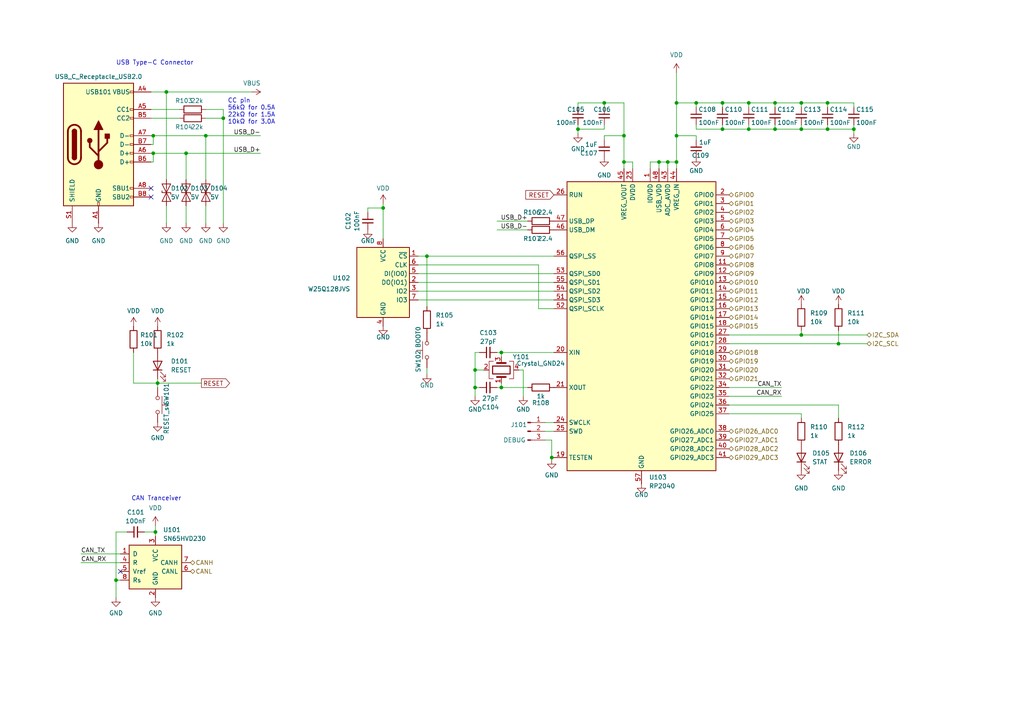
<source format=kicad_sch>
(kicad_sch (version 20231120) (generator "eeschema") (generator_version "8.0")
  (paper "A4")
  (lib_symbols
    (symbol "Connector:Conn_01x03_Pin" (pin_names (offset 1.016) hide)
      (property "Reference" "J" (at 0 5.08 0))
      (property "Value" "Conn_01x03_Pin" (at 0 -5.08 0))
      (symbol "Conn_01x03_Pin_1_1"
        (polyline (pts (xy 1.27 -2.54) (xy 0.8636 -2.54)) (stroke (width 0.1524)))
        (polyline (pts (xy 1.27 0) (xy 0.8636 0)) (stroke (width 0.1524)))
        (polyline (pts (xy 1.27 2.54) (xy 0.8636 2.54)) (stroke (width 0.1524)))
        (rectangle (start 0.8636 -2.413) (end 0 -2.667) (stroke (width 0.1524)) (fill (type outline)))
        (rectangle (start 0.8636 0.127) (end 0 -0.127) (stroke (width 0.1524)) (fill (type outline)))
        (rectangle (start 0.8636 2.667) (end 0 2.413) (stroke (width 0.1524)) (fill (type outline)))
        (pin passive line (at 5.08 2.54 180) (length 3.81) (name "Pin_1") (number "1"))
        (pin passive line (at 5.08 0 180) (length 3.81) (name "Pin_2") (number "2"))
        (pin passive line (at 5.08 -2.54 180) (length 3.81) (name "Pin_3") (number "3"))
      )
    )
    (symbol "Connector:USB_C_Receptacle_USB2.0" (pin_names (offset 1.016))
      (property "Reference" "J" (at -10.16 19.05 0))
      (property "Value" "USB_C_Receptacle_USB2.0" (at 19.05 19.05 0))
      (symbol "USB_C_Receptacle_USB2.0_0_0"
        (rectangle (start -0.254 -17.78) (end 0.254 -16.764))
        (rectangle (start 10.16 -14.986) (end 9.144 -15.494))
        (rectangle (start 10.16 -12.446) (end 9.144 -12.954))
        (rectangle (start 10.16 -4.826) (end 9.144 -5.334))
        (rectangle (start 10.16 -2.286) (end 9.144 -2.794))
        (rectangle (start 10.16 0.254) (end 9.144 -0.254))
        (rectangle (start 10.16 2.794) (end 9.144 2.286))
        (rectangle (start 10.16 7.874) (end 9.144 7.366))
        (rectangle (start 10.16 10.414) (end 9.144 9.906))
        (rectangle (start 10.16 15.494) (end 9.144 14.986))
      )
      (symbol "USB_C_Receptacle_USB2.0_0_1"
        (rectangle (start -10.16 17.78) (end 10.16 -17.78) (stroke (width 0.254)) (fill (type background)))
        (arc (start -8.89 -3.81) (mid -6.985 -5.7067) (end -5.08 -3.81) (stroke (width 0.508)))
        (arc (start -7.62 -3.81) (mid -6.985 -4.4423) (end -6.35 -3.81) (stroke (width 0.254)))
        (arc (start -7.62 -3.81) (mid -6.985 -4.4423) (end -6.35 -3.81) (stroke (width 0.254)) (fill (type outline)))
        (rectangle (start -7.62 -3.81) (end -6.35 3.81) (stroke (width 0.254)) (fill (type outline)))
        (arc (start -6.35 3.81) (mid -6.985 4.4423) (end -7.62 3.81) (stroke (width 0.254)))
        (arc (start -6.35 3.81) (mid -6.985 4.4423) (end -7.62 3.81) (stroke (width 0.254)) (fill (type outline)))
        (arc (start -5.08 3.81) (mid -6.985 5.7067) (end -8.89 3.81) (stroke (width 0.508)))
        (circle (center -2.54 1.143) (radius 0.635) (stroke (width 0.254)) (fill (type outline)))
        (circle (center 0 -5.842) (radius 1.27) (fill (type outline)))
        (polyline (pts (xy -8.89 -3.81) (xy -8.89 3.81)) (stroke (width 0.508)))
        (polyline (pts (xy -5.08 3.81) (xy -5.08 -3.81)) (stroke (width 0.508)))
        (polyline (pts (xy 0 -5.842) (xy 0 4.318)) (stroke (width 0.508)))
        (polyline (pts (xy 0 -3.302) (xy -2.54 -0.762) (xy -2.54 0.508)) (stroke (width 0.508)))
        (polyline (pts (xy 0 -2.032) (xy 2.54 0.508) (xy 2.54 1.778)) (stroke (width 0.508)))
        (polyline (pts (xy -1.27 4.318) (xy 0 6.858) (xy 1.27 4.318) (xy -1.27 4.318)) (stroke (width 0.254)) (fill (type outline)))
        (rectangle (start 1.905 1.778) (end 3.175 3.048) (stroke (width 0.254)) (fill (type outline)))
      )
      (symbol "USB_C_Receptacle_USB2.0_1_1"
        (pin passive line (at 0 -22.86 90) (length 5.08) (name "GND") (number "A1"))
        (pin passive line (at 0 -22.86 90) (length 5.08) hide (name "GND") (number "A12"))
        (pin passive line (at 15.24 15.24 180) (length 5.08) (name "VBUS") (number "A4"))
        (pin bidirectional line (at 15.24 10.16 180) (length 5.08) (name "CC1") (number "A5"))
        (pin bidirectional line (at 15.24 -2.54 180) (length 5.08) (name "D+") (number "A6"))
        (pin bidirectional line (at 15.24 2.54 180) (length 5.08) (name "D-") (number "A7"))
        (pin bidirectional line (at 15.24 -12.7 180) (length 5.08) (name "SBU1") (number "A8"))
        (pin passive line (at 15.24 15.24 180) (length 5.08) hide (name "VBUS") (number "A9"))
        (pin passive line (at 0 -22.86 90) (length 5.08) hide (name "GND") (number "B1"))
        (pin passive line (at 0 -22.86 90) (length 5.08) hide (name "GND") (number "B12"))
        (pin passive line (at 15.24 15.24 180) (length 5.08) hide (name "VBUS") (number "B4"))
        (pin bidirectional line (at 15.24 7.62 180) (length 5.08) (name "CC2") (number "B5"))
        (pin bidirectional line (at 15.24 -5.08 180) (length 5.08) (name "D+") (number "B6"))
        (pin bidirectional line (at 15.24 0 180) (length 5.08) (name "D-") (number "B7"))
        (pin bidirectional line (at 15.24 -15.24 180) (length 5.08) (name "SBU2") (number "B8"))
        (pin passive line (at 15.24 15.24 180) (length 5.08) hide (name "VBUS") (number "B9"))
        (pin passive line (at -7.62 -22.86 90) (length 5.08) (name "SHIELD") (number "S1"))
      )
    )
    (symbol "Device:C_Small" (pin_numbers hide) (pin_names (offset 0.254) hide)
      (property "Reference" "C" (at 0.254 1.778 0))
      (property "Value" "C_Small" (at 0.254 -2.032 0))
      (symbol "C_Small_0_1"
        (polyline (pts (xy -1.524 -0.508) (xy 1.524 -0.508)) (stroke (width 0.3302)))
        (polyline (pts (xy -1.524 0.508) (xy 1.524 0.508)) (stroke (width 0.3048)))
      )
      (symbol "C_Small_1_1"
        (pin passive line (at 0 2.54 270) (length 2.032) (name "~") (number "1"))
        (pin passive line (at 0 -2.54 90) (length 2.032) (name "~") (number "2"))
      )
    )
    (symbol "Device:Crystal_GND24" (pin_names (offset 1.016) hide)
      (property "Reference" "Y" (at 3.175 5.08 0))
      (property "Value" "Crystal_GND24" (at 3.175 3.175 0))
      (symbol "Crystal_GND24_0_1"
        (rectangle (start -1.143 2.54) (end 1.143 -2.54) (stroke (width 0.3048)))
        (polyline (pts (xy -2.54 0) (xy -2.032 0)))
        (polyline (pts (xy -2.032 -1.27) (xy -2.032 1.27)) (stroke (width 0.508)))
        (polyline (pts (xy 0 -3.81) (xy 0 -3.556)))
        (polyline (pts (xy 0 3.556) (xy 0 3.81)))
        (polyline (pts (xy 2.032 -1.27) (xy 2.032 1.27)) (stroke (width 0.508)))
        (polyline (pts (xy 2.032 0) (xy 2.54 0)))
        (polyline (pts (xy -2.54 -2.286) (xy -2.54 -3.556) (xy 2.54 -3.556) (xy 2.54 -2.286)))
        (polyline (pts (xy -2.54 2.286) (xy -2.54 3.556) (xy 2.54 3.556) (xy 2.54 2.286)))
      )
      (symbol "Crystal_GND24_1_1"
        (pin passive line (at -3.81 0 0) (length 1.27) (name "1") (number "1"))
        (pin passive line (at 0 5.08 270) (length 1.27) (name "2") (number "2"))
        (pin passive line (at 3.81 0 180) (length 1.27) (name "3") (number "3"))
        (pin passive line (at 0 -5.08 90) (length 1.27) (name "4") (number "4"))
      )
    )
    (symbol "Device:LED" (pin_numbers hide) (pin_names (offset 1.016) hide)
      (property "Reference" "D" (at 0 2.54 0))
      (property "Value" "LED" (at 0 -2.54 0))
      (symbol "LED_0_1"
        (polyline (pts (xy -1.27 -1.27) (xy -1.27 1.27)) (stroke (width 0.254)))
        (polyline (pts (xy -1.27 0) (xy 1.27 0)))
        (polyline (pts (xy 1.27 -1.27) (xy 1.27 1.27) (xy -1.27 0) (xy 1.27 -1.27)) (stroke (width 0.254)))
        (polyline (pts (xy -3.048 -0.762) (xy -4.572 -2.286) (xy -3.81 -2.286) (xy -4.572 -2.286) (xy -4.572 -1.524)))
        (polyline (pts (xy -1.778 -0.762) (xy -3.302 -2.286) (xy -2.54 -2.286) (xy -3.302 -2.286) (xy -3.302 -1.524)))
      )
      (symbol "LED_1_1"
        (pin passive line (at -3.81 0 0) (length 2.54) (name "K") (number "1"))
        (pin passive line (at 3.81 0 180) (length 2.54) (name "A") (number "2"))
      )
    )
    (symbol "Device:R" (pin_numbers hide) (pin_names (offset 0))
      (property "Reference" "R" (at 2.032 0 90))
      (property "Value" "R" (at 0 0 90))
      (symbol "R_0_1"
        (rectangle (start -1.016 -2.54) (end 1.016 2.54) (stroke (width 0.254)))
      )
      (symbol "R_1_1"
        (pin passive line (at 0 3.81 270) (length 1.27) (name "~") (number "1"))
        (pin passive line (at 0 -3.81 90) (length 1.27) (name "~") (number "2"))
      )
    )
    (symbol "Diode:ESD9B5.0ST5G" (pin_numbers hide) (pin_names (offset 1.016) hide)
      (property "Reference" "D" (at 0 2.54 0))
      (property "Value" "ESD9B5.0ST5G" (at 0 -2.54 0))
      (symbol "ESD9B5.0ST5G_0_1"
        (polyline (pts (xy 1.27 0) (xy -1.27 0)))
        (polyline (pts (xy -2.54 -1.27) (xy 0 0) (xy -2.54 1.27) (xy -2.54 -1.27)) (stroke (width 0.2032)))
        (polyline (pts (xy 0.508 1.27) (xy 0 1.27) (xy 0 -1.27) (xy -0.508 -1.27)) (stroke (width 0.2032)))
        (polyline (pts (xy 2.54 1.27) (xy 2.54 -1.27) (xy 0 0) (xy 2.54 1.27)) (stroke (width 0.2032)))
      )
      (symbol "ESD9B5.0ST5G_1_1"
        (pin passive line (at -3.81 0 0) (length 2.54) (name "A1") (number "1"))
        (pin passive line (at 3.81 0 180) (length 2.54) (name "A2") (number "2"))
      )
    )
    (symbol "Interface_CAN_LIN:SN65HVD230" (pin_names (offset 1.016))
      (property "Reference" "U" (at -2.54 10.16 0))
      (property "Value" "SN65HVD230" (at -2.54 7.62 0))
      (symbol "SN65HVD230_0_1"
        (rectangle (start -7.62 5.08) (end 7.62 -7.62) (stroke (width 0.254)) (fill (type background)))
      )
      (symbol "SN65HVD230_1_1"
        (pin input line (at -10.16 2.54 0) (length 2.54) (name "D") (number "1"))
        (pin power_in line (at 0 -10.16 90) (length 2.54) (name "GND") (number "2"))
        (pin power_in line (at 0 7.62 270) (length 2.54) (name "VCC") (number "3"))
        (pin output line (at -10.16 0 0) (length 2.54) (name "R") (number "4"))
        (pin output line (at -10.16 -2.54 0) (length 2.54) (name "Vref") (number "5"))
        (pin bidirectional line (at 10.16 -2.54 180) (length 2.54) (name "CANL") (number "6"))
        (pin bidirectional line (at 10.16 0 180) (length 2.54) (name "CANH") (number "7"))
        (pin input line (at -10.16 -5.08 0) (length 2.54) (name "Rs") (number "8"))
      )
    )
    (symbol "MCU_RaspberryPi:RP2040"
      (property "Reference" "U" (at 17.78 45.72 0))
      (property "Value" "RP2040" (at 17.78 43.18 0))
      (symbol "RP2040_0_1"
        (rectangle (start -21.59 41.91) (end 21.59 -41.91) (stroke (width 0.254)) (fill (type background)))
      )
      (symbol "RP2040_1_1"
        (pin power_in line (at 2.54 45.72 270) (length 3.81) (name "IOVDD") (number "1"))
        (pin passive line (at 2.54 45.72 270) (length 3.81) hide (name "IOVDD") (number "10"))
        (pin bidirectional line (at 25.4 17.78 180) (length 3.81) (name "GPIO8") (number "11"))
        (pin bidirectional line (at 25.4 15.24 180) (length 3.81) (name "GPIO9") (number "12"))
        (pin bidirectional line (at 25.4 12.7 180) (length 3.81) (name "GPIO10") (number "13"))
        (pin bidirectional line (at 25.4 10.16 180) (length 3.81) (name "GPIO11") (number "14"))
        (pin bidirectional line (at 25.4 7.62 180) (length 3.81) (name "GPIO12") (number "15"))
        (pin bidirectional line (at 25.4 5.08 180) (length 3.81) (name "GPIO13") (number "16"))
        (pin bidirectional line (at 25.4 2.54 180) (length 3.81) (name "GPIO14") (number "17"))
        (pin bidirectional line (at 25.4 0 180) (length 3.81) (name "GPIO15") (number "18"))
        (pin input line (at -25.4 -38.1 0) (length 3.81) (name "TESTEN") (number "19"))
        (pin bidirectional line (at 25.4 38.1 180) (length 3.81) (name "GPIO0") (number "2"))
        (pin input line (at -25.4 -7.62 0) (length 3.81) (name "XIN") (number "20"))
        (pin passive line (at -25.4 -17.78 0) (length 3.81) (name "XOUT") (number "21"))
        (pin passive line (at 2.54 45.72 270) (length 3.81) hide (name "IOVDD") (number "22"))
        (pin power_in line (at -2.54 45.72 270) (length 3.81) (name "DVDD") (number "23"))
        (pin input line (at -25.4 -27.94 0) (length 3.81) (name "SWCLK") (number "24"))
        (pin bidirectional line (at -25.4 -30.48 0) (length 3.81) (name "SWD") (number "25"))
        (pin input line (at -25.4 38.1 0) (length 3.81) (name "RUN") (number "26"))
        (pin bidirectional line (at 25.4 -2.54 180) (length 3.81) (name "GPIO16") (number "27"))
        (pin bidirectional line (at 25.4 -5.08 180) (length 3.81) (name "GPIO17") (number "28"))
        (pin bidirectional line (at 25.4 -7.62 180) (length 3.81) (name "GPIO18") (number "29"))
        (pin bidirectional line (at 25.4 35.56 180) (length 3.81) (name "GPIO1") (number "3"))
        (pin bidirectional line (at 25.4 -10.16 180) (length 3.81) (name "GPIO19") (number "30"))
        (pin bidirectional line (at 25.4 -12.7 180) (length 3.81) (name "GPIO20") (number "31"))
        (pin bidirectional line (at 25.4 -15.24 180) (length 3.81) (name "GPIO21") (number "32"))
        (pin passive line (at 2.54 45.72 270) (length 3.81) hide (name "IOVDD") (number "33"))
        (pin bidirectional line (at 25.4 -17.78 180) (length 3.81) (name "GPIO22") (number "34"))
        (pin bidirectional line (at 25.4 -20.32 180) (length 3.81) (name "GPIO23") (number "35"))
        (pin bidirectional line (at 25.4 -22.86 180) (length 3.81) (name "GPIO24") (number "36"))
        (pin bidirectional line (at 25.4 -25.4 180) (length 3.81) (name "GPIO25") (number "37"))
        (pin bidirectional line (at 25.4 -30.48 180) (length 3.81) (name "GPIO26_ADC0") (number "38"))
        (pin bidirectional line (at 25.4 -33.02 180) (length 3.81) (name "GPIO27_ADC1") (number "39"))
        (pin bidirectional line (at 25.4 33.02 180) (length 3.81) (name "GPIO2") (number "4"))
        (pin bidirectional line (at 25.4 -35.56 180) (length 3.81) (name "GPIO28_ADC2") (number "40"))
        (pin bidirectional line (at 25.4 -38.1 180) (length 3.81) (name "GPIO29_ADC3") (number "41"))
        (pin passive line (at 2.54 45.72 270) (length 3.81) hide (name "IOVDD") (number "42"))
        (pin power_in line (at 7.62 45.72 270) (length 3.81) (name "ADC_AVDD") (number "43"))
        (pin power_in line (at 10.16 45.72 270) (length 3.81) (name "VREG_IN") (number "44"))
        (pin power_out line (at -5.08 45.72 270) (length 3.81) (name "VREG_VOUT") (number "45"))
        (pin bidirectional line (at -25.4 27.94 0) (length 3.81) (name "USB_DM") (number "46"))
        (pin bidirectional line (at -25.4 30.48 0) (length 3.81) (name "USB_DP") (number "47"))
        (pin power_in line (at 5.08 45.72 270) (length 3.81) (name "USB_VDD") (number "48"))
        (pin passive line (at 2.54 45.72 270) (length 3.81) hide (name "IOVDD") (number "49"))
        (pin bidirectional line (at 25.4 30.48 180) (length 3.81) (name "GPIO3") (number "5"))
        (pin passive line (at -2.54 45.72 270) (length 3.81) hide (name "DVDD") (number "50"))
        (pin bidirectional line (at -25.4 7.62 0) (length 3.81) (name "QSPI_SD3") (number "51"))
        (pin output line (at -25.4 5.08 0) (length 3.81) (name "QSPI_SCLK") (number "52"))
        (pin bidirectional line (at -25.4 15.24 0) (length 3.81) (name "QSPI_SD0") (number "53"))
        (pin bidirectional line (at -25.4 10.16 0) (length 3.81) (name "QSPI_SD2") (number "54"))
        (pin bidirectional line (at -25.4 12.7 0) (length 3.81) (name "QSPI_SD1") (number "55"))
        (pin bidirectional line (at -25.4 20.32 0) (length 3.81) (name "QSPI_SS") (number "56"))
        (pin power_in line (at 0 -45.72 90) (length 3.81) (name "GND") (number "57"))
        (pin bidirectional line (at 25.4 27.94 180) (length 3.81) (name "GPIO4") (number "6"))
        (pin bidirectional line (at 25.4 25.4 180) (length 3.81) (name "GPIO5") (number "7"))
        (pin bidirectional line (at 25.4 22.86 180) (length 3.81) (name "GPIO6") (number "8"))
        (pin bidirectional line (at 25.4 20.32 180) (length 3.81) (name "GPIO7") (number "9"))
      )
    )
    (symbol "Memory_Flash:W25Q128JVS"
      (property "Reference" "U" (at -8.89 8.89 0))
      (property "Value" "W25Q128JVS" (at 7.62 8.89 0))
      (symbol "W25Q128JVS_0_1"
        (rectangle (start -7.62 10.16) (end 7.62 -10.16) (stroke (width 0.254)) (fill (type background)))
      )
      (symbol "W25Q128JVS_1_1"
        (pin input line (at -10.16 7.62 0) (length 2.54) (name "~{CS}") (number "1"))
        (pin bidirectional line (at -10.16 0 0) (length 2.54) (name "DO(IO1)") (number "2"))
        (pin bidirectional line (at -10.16 -2.54 0) (length 2.54) (name "IO2") (number "3"))
        (pin power_in line (at 0 -12.7 90) (length 2.54) (name "GND") (number "4"))
        (pin bidirectional line (at -10.16 2.54 0) (length 2.54) (name "DI(IO0)") (number "5"))
        (pin input line (at -10.16 5.08 0) (length 2.54) (name "CLK") (number "6"))
        (pin bidirectional line (at -10.16 -5.08 0) (length 2.54) (name "IO3") (number "7"))
        (pin power_in line (at 0 12.7 270) (length 2.54) (name "VCC") (number "8"))
      )
    )
    (symbol "Switch:SW_Push" (pin_numbers hide) (pin_names (offset 1.016) hide)
      (property "Reference" "SW" (at 1.27 2.54 0))
      (property "Value" "SW_Push" (at 0 -1.524 0))
      (symbol "SW_Push_0_1"
        (circle (center -2.032 0) (radius 0.508))
        (polyline (pts (xy 0 1.27) (xy 0 3.048)))
        (polyline (pts (xy 2.54 1.27) (xy -2.54 1.27)))
        (circle (center 2.032 0) (radius 0.508))
        (pin passive line (at -5.08 0 0) (length 2.54) (name "1") (number "1"))
        (pin passive line (at 5.08 0 180) (length 2.54) (name "2") (number "2"))
      )
    )
    (symbol "power:GND" (power) (pin_names (offset 0))
      (property "Value" "GND" (at 0 -3.81 0))
      (symbol "GND_0_1"
        (polyline (pts (xy 0 0) (xy 0 -1.27) (xy 1.27 -1.27) (xy 0 -2.54) (xy -1.27 -1.27) (xy 0 -1.27)))
      )
      (symbol "GND_1_1"
        (pin power_in line (at 0 0 270) (length 0) hide (name "GND") (number "1"))
      )
    )
    (symbol "power:VBUS" (power) (pin_names (offset 0))
      (property "Value" "VBUS" (at 0 3.81 0))
      (symbol "VBUS_0_1"
        (polyline (pts (xy -0.762 1.27) (xy 0 2.54)))
        (polyline (pts (xy 0 0) (xy 0 2.54)))
        (polyline (pts (xy 0 2.54) (xy 0.762 1.27)))
      )
      (symbol "VBUS_1_1"
        (pin power_in line (at 0 0 90) (length 0) hide (name "VBUS") (number "1"))
      )
    )
    (symbol "power:VDD" (power) (pin_names (offset 0))
      (property "Value" "VDD" (at 0 3.81 0))
      (symbol "VDD_0_1"
        (polyline (pts (xy -0.762 1.27) (xy 0 2.54)))
        (polyline (pts (xy 0 0) (xy 0 2.54)))
        (polyline (pts (xy 0 2.54) (xy 0.762 1.27)))
      )
      (symbol "VDD_1_1"
        (pin power_in line (at 0 0 90) (length 0) hide (name "VDD") (number "1"))
      )
    )
  )
  (junction (at 160.02 132.715))
  (junction (at 240.03 29.845))
  (junction (at 224.79 29.845))
  (junction (at 240.03 37.465))
  (junction (at 167.64 37.465))
  (junction (at 247.65 37.465))
  (junction (at 191.135 46.99))
  (junction (at 111.125 60.325))
  (junction (at 137.795 107.315))
  (junction (at 196.215 29.845))
  (junction (at 145.415 112.395))
  (junction (at 45.085 154.305))
  (junction (at 45.72 111.125))
  (junction (at 59.69 39.37))
  (junction (at 232.41 29.845))
  (junction (at 196.215 46.99))
  (junction (at 243.205 99.695))
  (junction (at 44.45 44.45))
  (junction (at 201.93 29.845))
  (junction (at 145.415 102.235))
  (junction (at 180.975 46.99))
  (junction (at 193.675 46.99))
  (junction (at 53.975 44.45))
  (junction (at 224.79 37.465))
  (junction (at 209.55 29.845))
  (junction (at 175.26 29.845))
  (junction (at 232.41 37.465))
  (junction (at 196.215 39.37))
  (junction (at 180.975 39.37))
  (junction (at 209.55 37.465))
  (junction (at 44.45 39.37))
  (junction (at 217.17 29.845))
  (junction (at 48.26 26.67))
  (junction (at 123.825 74.295))
  (junction (at 64.77 34.29))
  (junction (at 232.41 97.155))
  (junction (at 33.655 168.275))
  (junction (at 217.17 37.465))
  (junction (at 137.795 112.395))
  (no_connect (at 34.925 165.735))
  (no_connect (at 43.815 57.15))
  (no_connect (at 43.815 54.61))
  (wire (pts (xy 196.215 29.845) (xy 201.93 29.845)))
  (wire (pts (xy 44.45 39.37) (xy 59.69 39.37)))
  (wire (pts (xy 191.135 46.99) (xy 191.135 48.895)))
  (wire (pts (xy 232.41 29.845) (xy 240.03 29.845)))
  (wire (pts (xy 23.495 163.195) (xy 34.925 163.195)))
  (wire (pts (xy 53.975 64.77) (xy 53.975 59.69)))
  (wire (pts (xy 106.68 61.595) (xy 106.68 60.325)))
  (wire (pts (xy 43.815 39.37) (xy 44.45 39.37)))
  (wire (pts (xy 240.03 29.845) (xy 247.65 29.845)))
  (wire (pts (xy 23.495 160.655) (xy 34.925 160.655)))
  (wire (pts (xy 232.41 37.465) (xy 224.79 37.465)))
  (wire (pts (xy 45.72 112.395) (xy 45.72 111.125)))
  (wire (pts (xy 158.115 125.095) (xy 160.655 125.095)))
  (wire (pts (xy 33.655 168.275) (xy 34.925 168.275)))
  (wire (pts (xy 144.145 102.235) (xy 145.415 102.235)))
  (wire (pts (xy 53.975 44.45) (xy 53.975 52.07)))
  (wire (pts (xy 167.64 29.845) (xy 175.26 29.845)))
  (wire (pts (xy 121.285 79.375) (xy 160.655 79.375)))
  (wire (pts (xy 43.815 46.99) (xy 44.45 46.99)))
  (wire (pts (xy 145.415 102.235) (xy 160.655 102.235)))
  (wire (pts (xy 59.69 64.77) (xy 59.69 59.69)))
  (wire (pts (xy 232.41 97.155) (xy 211.455 97.155)))
  (wire (pts (xy 139.065 102.235) (xy 137.795 102.235)))
  (wire (pts (xy 121.285 84.455) (xy 160.655 84.455)))
  (wire (pts (xy 211.455 117.475) (xy 243.205 117.475)))
  (wire (pts (xy 41.91 154.305) (xy 45.085 154.305)))
  (wire (pts (xy 193.675 46.99) (xy 193.675 48.895)))
  (wire (pts (xy 191.135 46.99) (xy 193.675 46.99)))
  (wire (pts (xy 48.26 26.67) (xy 43.815 26.67)))
  (wire (pts (xy 247.65 37.465) (xy 247.65 38.735)))
  (wire (pts (xy 44.45 41.91) (xy 44.45 39.37)))
  (wire (pts (xy 193.675 46.99) (xy 196.215 46.99)))
  (wire (pts (xy 59.69 31.75) (xy 64.77 31.75)))
  (wire (pts (xy 183.515 46.99) (xy 180.975 46.99)))
  (wire (pts (xy 217.17 29.845) (xy 217.17 31.115)))
  (wire (pts (xy 175.26 40.64) (xy 175.26 39.37)))
  (wire (pts (xy 196.215 39.37) (xy 201.93 39.37)))
  (wire (pts (xy 175.26 29.845) (xy 175.26 31.115)))
  (wire (pts (xy 75.565 44.45) (xy 53.975 44.45)))
  (wire (pts (xy 153.035 64.135) (xy 144.145 64.135)))
  (wire (pts (xy 196.215 29.845) (xy 196.215 39.37)))
  (wire (pts (xy 217.17 37.465) (xy 217.17 36.195)))
  (wire (pts (xy 188.595 48.895) (xy 188.595 46.99)))
  (wire (pts (xy 167.64 36.195) (xy 167.64 37.465)))
  (wire (pts (xy 44.45 46.99) (xy 44.45 44.45)))
  (wire (pts (xy 201.93 39.37) (xy 201.93 40.64)))
  (wire (pts (xy 52.07 31.75) (xy 43.815 31.75)))
  (wire (pts (xy 43.815 41.91) (xy 44.45 41.91)))
  (wire (pts (xy 137.795 112.395) (xy 139.065 112.395)))
  (wire (pts (xy 151.765 107.315) (xy 151.765 114.935)))
  (wire (pts (xy 64.77 31.75) (xy 64.77 34.29)))
  (wire (pts (xy 160.02 133.35) (xy 160.02 132.715)))
  (wire (pts (xy 33.655 168.275) (xy 33.655 154.305)))
  (wire (pts (xy 217.17 37.465) (xy 209.55 37.465)))
  (wire (pts (xy 73.025 26.67) (xy 48.26 26.67)))
  (wire (pts (xy 121.285 74.295) (xy 123.825 74.295)))
  (wire (pts (xy 150.495 107.315) (xy 151.765 107.315)))
  (wire (pts (xy 167.64 37.465) (xy 167.64 38.735)))
  (wire (pts (xy 247.65 29.845) (xy 247.65 31.115)))
  (wire (pts (xy 209.55 37.465) (xy 201.93 37.465)))
  (wire (pts (xy 144.145 112.395) (xy 145.415 112.395)))
  (wire (pts (xy 180.975 39.37) (xy 180.975 46.99)))
  (wire (pts (xy 111.125 59.055) (xy 111.125 60.325)))
  (wire (pts (xy 211.455 120.015) (xy 232.41 120.015)))
  (wire (pts (xy 38.735 111.125) (xy 45.72 111.125)))
  (wire (pts (xy 45.085 154.305) (xy 45.085 155.575)))
  (wire (pts (xy 232.41 95.885) (xy 232.41 97.155)))
  (wire (pts (xy 196.215 46.99) (xy 196.215 48.895)))
  (wire (pts (xy 123.825 74.295) (xy 160.655 74.295)))
  (wire (pts (xy 211.455 112.395) (xy 226.695 112.395)))
  (wire (pts (xy 123.825 74.295) (xy 123.825 88.9)))
  (wire (pts (xy 196.215 46.99) (xy 196.215 39.37)))
  (wire (pts (xy 167.64 31.115) (xy 167.64 29.845)))
  (wire (pts (xy 137.795 112.395) (xy 137.795 114.935)))
  (wire (pts (xy 123.825 108.585) (xy 123.825 106.68)))
  (wire (pts (xy 38.735 102.235) (xy 38.735 111.125)))
  (wire (pts (xy 58.42 111.125) (xy 45.72 111.125)))
  (wire (pts (xy 59.69 34.29) (xy 64.77 34.29)))
  (wire (pts (xy 247.65 37.465) (xy 240.03 37.465)))
  (wire (pts (xy 217.17 29.845) (xy 224.79 29.845)))
  (wire (pts (xy 45.085 152.4) (xy 45.085 154.305)))
  (wire (pts (xy 153.035 112.395) (xy 145.415 112.395)))
  (wire (pts (xy 240.03 37.465) (xy 240.03 36.195)))
  (wire (pts (xy 137.795 107.315) (xy 140.335 107.315)))
  (wire (pts (xy 226.695 114.935) (xy 211.455 114.935)))
  (wire (pts (xy 106.68 60.325) (xy 111.125 60.325)))
  (wire (pts (xy 153.035 66.675) (xy 144.145 66.675)))
  (wire (pts (xy 45.72 109.855) (xy 45.72 111.125)))
  (wire (pts (xy 232.41 121.285) (xy 232.41 120.015)))
  (wire (pts (xy 145.415 111.125) (xy 145.415 112.395)))
  (wire (pts (xy 180.975 29.845) (xy 180.975 39.37)))
  (wire (pts (xy 167.64 37.465) (xy 175.26 37.465)))
  (wire (pts (xy 251.46 99.695) (xy 243.205 99.695)))
  (wire (pts (xy 209.55 37.465) (xy 209.55 36.195)))
  (wire (pts (xy 175.26 29.845) (xy 180.975 29.845)))
  (wire (pts (xy 224.79 29.845) (xy 224.79 31.115)))
  (wire (pts (xy 158.115 122.555) (xy 160.655 122.555)))
  (wire (pts (xy 59.69 39.37) (xy 75.565 39.37)))
  (wire (pts (xy 209.55 29.845) (xy 217.17 29.845)))
  (wire (pts (xy 196.2 29.845) (xy 196.215 29.845)))
  (wire (pts (xy 175.26 37.465) (xy 175.26 36.195)))
  (wire (pts (xy 156.21 89.535) (xy 156.21 76.835)))
  (wire (pts (xy 48.26 64.77) (xy 48.26 59.69)))
  (wire (pts (xy 232.41 29.845) (xy 232.41 31.115)))
  (wire (pts (xy 59.69 39.37) (xy 59.69 52.07)))
  (wire (pts (xy 145.415 103.505) (xy 145.415 102.235)))
  (wire (pts (xy 180.975 46.99) (xy 180.975 48.895)))
  (wire (pts (xy 175.26 39.37) (xy 180.975 39.37)))
  (wire (pts (xy 121.285 86.995) (xy 160.655 86.995)))
  (wire (pts (xy 53.975 44.45) (xy 44.45 44.45)))
  (wire (pts (xy 209.55 29.845) (xy 209.55 31.115)))
  (wire (pts (xy 156.21 76.835) (xy 121.285 76.835)))
  (wire (pts (xy 247.65 36.195) (xy 247.65 37.465)))
  (wire (pts (xy 183.515 48.895) (xy 183.515 46.99)))
  (wire (pts (xy 137.795 102.235) (xy 137.795 107.315)))
  (wire (pts (xy 160.02 132.715) (xy 160.655 132.715)))
  (wire (pts (xy 251.46 97.155) (xy 232.41 97.155)))
  (wire (pts (xy 33.655 173.355) (xy 33.655 168.275)))
  (wire (pts (xy 240.03 29.845) (xy 240.03 31.115)))
  (wire (pts (xy 158.115 127.635) (xy 160.02 127.635)))
  (wire (pts (xy 111.125 60.325) (xy 111.125 69.215)))
  (wire (pts (xy 224.79 29.845) (xy 232.41 29.845)))
  (wire (pts (xy 243.205 95.885) (xy 243.205 99.695)))
  (wire (pts (xy 64.77 34.29) (xy 64.77 64.77)))
  (wire (pts (xy 160.655 89.535) (xy 156.21 89.535)))
  (wire (pts (xy 121.285 81.915) (xy 160.655 81.915)))
  (wire (pts (xy 201.93 29.845) (xy 209.55 29.845)))
  (wire (pts (xy 33.655 154.305) (xy 36.83 154.305)))
  (wire (pts (xy 196.2 21) (xy 196.2 29.845)))
  (wire (pts (xy 224.79 37.465) (xy 224.79 36.195)))
  (wire (pts (xy 137.795 107.315) (xy 137.795 112.395)))
  (wire (pts (xy 201.93 37.465) (xy 201.93 36.195)))
  (wire (pts (xy 48.26 26.67) (xy 48.26 52.07)))
  (wire (pts (xy 211.455 99.695) (xy 243.205 99.695)))
  (wire (pts (xy 160.02 127.635) (xy 160.02 132.715)))
  (wire (pts (xy 240.03 37.465) (xy 232.41 37.465)))
  (wire (pts (xy 232.41 37.465) (xy 232.41 36.195)))
  (wire (pts (xy 44.45 44.45) (xy 43.815 44.45)))
  (wire (pts (xy 188.595 46.99) (xy 191.135 46.99)))
  (wire (pts (xy 52.07 34.29) (xy 43.815 34.29)))
  (wire (pts (xy 224.79 37.465) (xy 217.17 37.465)))
  (wire (pts (xy 201.93 29.845) (xy 201.93 31.115)))
  (wire (pts (xy 243.205 117.475) (xy 243.205 121.285)))
  (text "CAN Tranceiver" (at 38.1 145.415 0) (effects (font (size 1.27 1.27)) (justify left bottom)))
  (text "USB Type-C Connector" (at 33.655 19.05 0) (effects (font (size 1.27 1.27)) (justify left bottom)))
  (text "CC pin\n56kΩ for 0.5A\n22kΩ for 1.5A\n10kΩ for 3.0A" (at 66.04 36.195 0) (effects (font (size 1.27 1.27)) (justify left bottom)))
  (label "USB_D-" (at 153.035 66.675 180))
  (label "CAN_RX" (at 226.695 114.935 180))
  (label "CAN_TX" (at 226.695 112.395 180))
  (label "CAN_RX" (at 23.495 163.195 0))
  (label "USB_D+" (at 153.035 64.135 180))
  (label "USB_D+" (at 75.565 44.45 180))
  (label "CAN_TX" (at 23.495 160.655 0))
  (label "USB_D-" (at 75.565 39.37 180))
  (global_label "RESET" (shape input) (at 160.655 56.515 180) (property "Intersheetrefs" "${INTERSHEET_REFS}" (effects (hide yes))))
  (global_label "RESET" (shape output) (at 58.42 111.125 0) (property "Intersheetrefs" "${INTERSHEET_REFS}" (effects (hide yes))))
  (hierarchical_label "GPIO1" (shape bidirectional) (at 211.455 59.055 0))
  (hierarchical_label "GPIO12" (shape bidirectional) (at 211.455 86.995 0))
  (hierarchical_label "GPIO20" (shape bidirectional) (at 211.455 107.315 0))
  (hierarchical_label "GPIO4" (shape bidirectional) (at 211.455 66.675 0))
  (hierarchical_label "GPIO28_ADC2" (shape bidirectional) (at 211.455 130.175 0))
  (hierarchical_label "GPIO14" (shape bidirectional) (at 211.455 92.075 0))
  (hierarchical_label "GPIO21" (shape bidirectional) (at 211.455 109.855 0))
  (hierarchical_label "GPIO0" (shape bidirectional) (at 211.455 56.515 0))
  (hierarchical_label "GPIO3" (shape bidirectional) (at 211.455 64.135 0))
  (hierarchical_label "GPIO11" (shape bidirectional) (at 211.455 84.455 0))
  (hierarchical_label "GPIO2" (shape bidirectional) (at 211.455 61.595 0))
  (hierarchical_label "GPIO27_ADC1" (shape bidirectional) (at 211.455 127.635 0))
  (hierarchical_label "CANL" (shape bidirectional) (at 55.245 165.735 0))
  (hierarchical_label "GPIO19" (shape bidirectional) (at 211.455 104.775 0))
  (hierarchical_label "CANH" (shape bidirectional) (at 55.245 163.195 0))
  (hierarchical_label "GPIO7" (shape bidirectional) (at 211.455 74.295 0))
  (hierarchical_label "GPIO8" (shape bidirectional) (at 211.455 76.835 0))
  (hierarchical_label "GPIO10" (shape bidirectional) (at 211.455 81.915 0))
  (hierarchical_label "GPIO29_ADC3" (shape bidirectional) (at 211.455 132.715 0))
  (hierarchical_label "GPIO5" (shape bidirectional) (at 211.455 69.215 0))
  (hierarchical_label "GPIO15" (shape bidirectional) (at 211.455 94.615 0))
  (hierarchical_label "I2C_SDA" (shape bidirectional) (at 251.46 97.155 0))
  (hierarchical_label "GPIO9" (shape bidirectional) (at 211.455 79.375 0))
  (hierarchical_label "GPIO6" (shape bidirectional) (at 211.455 71.755 0))
  (hierarchical_label "GPIO18" (shape bidirectional) (at 211.455 102.235 0))
  (hierarchical_label "GPIO13" (shape bidirectional) (at 211.455 89.535 0))
  (hierarchical_label "GPIO26_ADC0" (shape bidirectional) (at 211.455 125.095 0))
  (hierarchical_label "I2C_SCL" (shape bidirectional) (at 251.46 99.695 0))
  (symbol (lib_id "power:GND") (at 175.26 45.72 0) (unit 1)
    (property "Reference" "#PWR0122" (effects (hide yes)))
    (property "Value" "GND" (at 175.26 50.8 0))
  )
  (symbol (lib_id "Device:R") (at 156.845 66.675 90) (unit 1)
    (property "Reference" "R107" (at 154.305 69.215 90))
    (property "Value" "22.4" (at 158.115 69.215 90))
    (property "Footprint" "Resistor_SMD:R_0402_1005Metric" (effects (hide yes)))
    (property "LCSC" "C25092" (effects (hide yes)))
  )
  (symbol (lib_id "power:GND") (at 53.975 64.77 0) (unit 1)
    (property "Reference" "#PWR0110" (effects (hide yes)))
    (property "Value" "GND" (at 53.975 69.85 0))
  )
  (symbol (lib_id "Device:R") (at 55.88 34.29 90) (unit 1)
    (property "Reference" "R104" (at 53.34 36.83 90))
    (property "Value" "22k" (at 57.15 36.83 90))
    (property "Footprint" "Resistor_SMD:R_0402_1005Metric" (effects (hide yes)))
    (property "LCSC" "C25768" (effects (hide yes)))
  )
  (symbol (lib_id "power:GND") (at 160.02 133.35 0) (unit 1)
    (property "Reference" "#PWR0120" (effects (hide yes)))
    (property "Value" "GND" (at 160.02 137.795 0))
  )
  (symbol (lib_id "Device:R") (at 156.845 112.395 90) (unit 1)
    (property "Reference" "R108" (at 156.845 116.84 90))
    (property "Value" "1k" (at 156.845 114.935 90))
    (property "Footprint" "Resistor_SMD:R_0402_1005Metric" (effects (hide yes)))
    (property "LCSC" "C11702" (effects (hide yes)))
  )
  (symbol (lib_id "power:GND") (at 59.69 64.77 0) (unit 1)
    (property "Reference" "#PWR0111" (effects (hide yes)))
    (property "Value" "GND" (at 59.69 69.85 0))
  )
  (symbol (lib_id "power:GND") (at 247.65 38.735 0) (unit 1)
    (property "Reference" "#PWR0130" (effects (hide yes)))
    (property "Value" "GND" (at 247.65 42.545 0))
  )
  (symbol (lib_id "Device:R") (at 38.735 98.425 0) (unit 1)
    (property "Reference" "R101" (at 40.64 97.155 0) (effects (justify left)))
    (property "Value" "10k" (at 40.64 99.695 0) (effects (justify left)))
    (property "Footprint" "Resistor_SMD:R_0402_1005Metric" (effects (hide yes)))
    (property "LCSC" "C25744" (effects (hide yes)))
  )
  (symbol (lib_id "power:VDD") (at 243.205 88.265 0) (unit 1)
    (property "Reference" "#PWR0128" (effects (hide yes)))
    (property "Value" "VDD" (at 243.205 84.455 0))
  )
  (symbol (lib_id "Device:C_Small") (at 201.93 43.18 180) (unit 1)
    (property "Reference" "C109" (at 205.74 45.085 0) (effects (justify left)))
    (property "Value" "1uF" (at 206.375 41.275 0) (effects (justify left)))
    (property "Footprint" "Capacitor_SMD:C_0402_1005Metric" (effects (hide yes)))
    (property "LCSC" "C52923" (effects (hide yes)))
  )
  (symbol (lib_id "MCU_RaspberryPi:RP2040") (at 186.055 94.615 0) (unit 1)
    (property "Reference" "U103" (at 188.2491 138.43 0) (effects (justify left)))
    (property "Value" "RP2040" (at 188.2491 140.97 0) (effects (justify left)))
    (property "Footprint" "Package_DFN_QFN:QFN-56-1EP_7x7mm_P0.4mm_EP3.2x3.2mm" (effects (hide yes)))
    (property "Datasheet" "https://datasheets.raspberrypi.com/rp2040/rp2040-datasheet.pdf" (effects (hide yes)))
    (property "LCSC" "C2040" (effects (hide yes)))
  )
  (symbol (lib_id "Device:C_Small") (at 217.17 33.655 0) (unit 1)
    (property "Reference" "C111" (at 217.805 31.75 0) (effects (justify left)))
    (property "Value" "100nF" (at 217.805 35.56 0) (effects (justify left)))
    (property "Footprint" "Capacitor_SMD:C_0402_1005Metric" (effects (hide yes)))
    (property "LCSC" "C1525 " (effects (hide yes)))
  )
  (symbol (lib_id "Device:LED") (at 45.72 106.045 90) (unit 1)
    (property "Reference" "D101" (at 49.53 104.775 90) (effects (justify right)))
    (property "Value" "RESET" (at 49.53 107.315 90) (effects (justify right)))
    (property "Footprint" "LED_SMD:LED_0805_2012Metric" (effects (hide yes)))
    (property "LCSC" "C2296" (effects (hide yes)))
  )
  (symbol (lib_id "Device:C_Small") (at 240.03 33.655 0) (unit 1)
    (property "Reference" "C114" (at 240.665 31.75 0) (effects (justify left)))
    (property "Value" "100nF" (at 240.665 35.56 0) (effects (justify left)))
    (property "Footprint" "Capacitor_SMD:C_0402_1005Metric" (effects (hide yes)))
    (property "LCSC" "C1525 " (effects (hide yes)))
  )
  (symbol (lib_id "Device:C_Small") (at 39.37 154.305 90) (unit 1)
    (property "Reference" "C101" (at 39.37 148.59 90))
    (property "Value" "100nF" (at 39.37 151.13 90))
    (property "Footprint" "Capacitor_SMD:C_0402_1005Metric" (effects (hide yes)))
    (property "LCSC" "C1525 " (effects (hide yes)))
  )
  (symbol (lib_id "Device:C_Small") (at 232.41 33.655 0) (unit 1)
    (property "Reference" "C113" (at 233.045 31.75 0) (effects (justify left)))
    (property "Value" "100nF" (at 233.045 35.56 0) (effects (justify left)))
    (property "Footprint" "Capacitor_SMD:C_0402_1005Metric" (effects (hide yes)))
    (property "LCSC" "C1525 " (effects (hide yes)))
  )
  (symbol (lib_id "Device:C_Small") (at 141.605 112.395 90) (unit 1)
    (property "Reference" "C104" (at 142.24 118.11 90))
    (property "Value" "27pF" (at 142.24 115.57 90))
    (property "Footprint" "Capacitor_SMD:C_0402_1005Metric" (effects (hide yes)))
    (property "LCSC" "C1555" (effects (hide yes)))
  )
  (symbol (lib_id "power:GND") (at 232.41 136.525 0) (unit 1)
    (property "Reference" "#PWR0127" (effects (hide yes)))
    (property "Value" "GND" (at 232.41 141.605 0))
  )
  (symbol (lib_id "Device:C_Small") (at 247.65 33.655 0) (unit 1)
    (property "Reference" "C115" (at 248.285 31.75 0) (effects (justify left)))
    (property "Value" "100nF" (at 248.285 35.56 0) (effects (justify left)))
    (property "Footprint" "Capacitor_SMD:C_0402_1005Metric" (effects (hide yes)))
    (property "LCSC" "C1525 " (effects (hide yes)))
  )
  (symbol (lib_id "power:GND") (at 33.655 173.355 0) (unit 1)
    (property "Reference" "#PWR0103" (effects (hide yes)))
    (property "Value" "GND" (at 33.655 177.8 0))
  )
  (symbol (lib_id "power:GND") (at 64.77 64.77 0) (unit 1)
    (property "Reference" "#PWR0112" (effects (hide yes)))
    (property "Value" "GND" (at 64.77 69.85 0))
  )
  (symbol (lib_id "Switch:SW_Push") (at 45.72 117.475 270) (unit 1)
    (property "Reference" "SW101" (at 48.26 114.3 0))
    (property "Value" "RESET_sw" (at 48.26 121.285 0))
    (property "Footprint" "WOBCLibrary:TVAF06-A020B-R" (effects (hide yes)))
  )
  (symbol (lib_id "power:GND") (at 186.055 140.335 0) (unit 1)
    (property "Reference" "#PWR0123" (effects (hide yes)))
    (property "Value" "GND" (at 186.055 143.51 0))
  )
  (symbol (lib_id "Diode:ESD9B5.0ST5G") (at 48.26 55.88 90) (unit 1)
    (property "Reference" "D102" (at 49.53 54.61 90) (effects (justify right)))
    (property "Value" "5V" (at 49.53 57.15 90) (effects (justify right)))
    (property "Footprint" "Diode_SMD:D_SOD-882" (effects (hide yes)))
    (property "Datasheet" "https://www.onsemi.com/pub/Collateral/ESD9B-D.PDF" (effects (hide yes)))
    (property "LCSC" "C7420372" (effects (hide yes)))
  )
  (symbol (lib_id "power:VDD") (at 232.41 88.265 0) (unit 1)
    (property "Reference" "#PWR0126" (effects (hide yes)))
    (property "Value" "VDD" (at 233.045 84.455 0))
  )
  (symbol (lib_id "Device:LED") (at 243.205 132.715 90) (unit 1)
    (property "Reference" "D106" (at 246.38 131.445 90) (effects (justify right)))
    (property "Value" "ERROR" (at 246.38 133.985 90) (effects (justify right)))
    (property "Footprint" "LED_SMD:LED_0805_2012Metric" (effects (hide yes)))
    (property "LCSC" "C84256" (effects (hide yes)))
  )
  (symbol (lib_id "Device:C_Small") (at 167.64 33.655 0) (unit 1)
    (property "Reference" "C105" (at 164.465 31.75 0) (effects (justify left)))
    (property "Value" "100nF" (at 161.29 35.56 0) (effects (justify left)))
    (property "Footprint" "Capacitor_SMD:C_0402_1005Metric" (effects (hide yes)))
    (property "LCSC" "C1525 " (effects (hide yes)))
  )
  (symbol (lib_id "Diode:ESD9B5.0ST5G") (at 59.69 55.88 90) (unit 1)
    (property "Reference" "D104" (at 60.96 54.61 90) (effects (justify right)))
    (property "Value" "5V" (at 60.96 57.15 90) (effects (justify right)))
    (property "Footprint" "Diode_SMD:D_SOD-882" (effects (hide yes)))
    (property "Datasheet" "https://www.onsemi.com/pub/Collateral/ESD9B-D.PDF" (effects (hide yes)))
    (property "LCSC" "C7420372" (effects (hide yes)))
  )
  (symbol (lib_id "Device:R") (at 243.205 92.075 0) (unit 1)
    (property "Reference" "R111" (at 245.745 90.805 0) (effects (justify left)))
    (property "Value" "10k" (at 245.745 93.345 0) (effects (justify left)))
    (property "Footprint" "Resistor_SMD:R_0402_1005Metric" (effects (hide yes)))
    (property "LCSC" "C25744" (effects (hide yes)))
  )
  (symbol (lib_id "power:GND") (at 28.575 64.77 0) (unit 1)
    (property "Reference" "#PWR0102" (effects (hide yes)))
    (property "Value" "GND" (at 28.575 69.85 0))
  )
  (symbol (lib_id "Device:R") (at 243.205 125.095 0) (unit 1)
    (property "Reference" "R112" (at 245.745 123.825 0) (effects (justify left)))
    (property "Value" "1k" (at 245.745 126.365 0) (effects (justify left)))
    (property "Footprint" "Resistor_SMD:R_0402_1005Metric" (effects (hide yes)))
    (property "LCSC" "C11702" (effects (hide yes)))
  )
  (symbol (lib_id "Device:C_Small") (at 175.26 43.18 180) (unit 1)
    (property "Reference" "C107" (at 173.355 44.45 0) (effects (justify left)))
    (property "Value" "1uF" (at 173.355 41.91 0) (effects (justify left)))
    (property "Footprint" "Capacitor_SMD:C_0402_1005Metric" (effects (hide yes)))
    (property "LCSC" "C52923" (effects (hide yes)))
  )
  (symbol (lib_id "Device:R") (at 45.72 98.425 0) (unit 1)
    (property "Reference" "R102" (at 48.26 97.155 0) (effects (justify left)))
    (property "Value" "1k" (at 48.26 99.695 0) (effects (justify left)))
    (property "Footprint" "Resistor_SMD:R_0402_1005Metric" (effects (hide yes)))
    (property "LCSC" "C11702" (effects (hide yes)))
  )
  (symbol (lib_id "Device:LED") (at 232.41 132.715 90) (unit 1)
    (property "Reference" "D105" (at 235.585 131.445 90) (effects (justify right)))
    (property "Value" "STAT" (at 235.585 133.985 90) (effects (justify right)))
    (property "Footprint" "LED_SMD:LED_0805_2012Metric" (effects (hide yes)))
    (property "LCSC" "C2297" (effects (hide yes)))
  )
  (symbol (lib_id "power:VBUS") (at 73.025 26.67 270) (unit 1)
    (property "Reference" "#PWR0113" (effects (hide yes)))
    (property "Value" "VBUS" (at 70.485 24.13 90) (effects (justify left)))
  )
  (symbol (lib_id "Device:R") (at 55.88 31.75 90) (unit 1)
    (property "Reference" "R103" (at 53.34 29.21 90))
    (property "Value" "22k" (at 57.15 29.21 90))
    (property "Footprint" "Resistor_SMD:R_0402_1005Metric" (effects (hide yes)))
    (property "LCSC" "C25768" (effects (hide yes)))
  )
  (symbol (lib_id "power:VDD") (at 45.72 94.615 0) (unit 1)
    (property "Reference" "#PWR0107" (effects (hide yes)))
    (property "Value" "VDD" (at 45.72 90.17 0))
  )
  (symbol (lib_id "Device:C_Small") (at 224.79 33.655 0) (unit 1)
    (property "Reference" "C112" (at 225.425 31.75 0) (effects (justify left)))
    (property "Value" "100nF" (at 225.425 35.56 0) (effects (justify left)))
    (property "Footprint" "Capacitor_SMD:C_0402_1005Metric" (effects (hide yes)))
    (property "LCSC" "C1525 " (effects (hide yes)))
  )
  (symbol (lib_id "power:GND") (at 45.085 173.355 0) (unit 1)
    (property "Reference" "#PWR0106" (effects (hide yes)))
    (property "Value" "GND" (at 45.085 177.8 0))
  )
  (symbol (lib_id "power:GND") (at 201.93 45.72 0) (unit 1)
    (property "Reference" "#PWR0125" (effects (hide yes)))
    (property "Value" "GND" (at 201.93 49.53 0))
  )
  (symbol (lib_id "power:GND") (at 137.795 114.935 0) (unit 1)
    (property "Reference" "#PWR0118" (effects (hide yes)))
    (property "Value" "GND" (at 137.795 118.745 0))
  )
  (symbol (lib_id "Device:R") (at 232.41 125.095 0) (unit 1)
    (property "Reference" "R110" (at 234.95 123.825 0) (effects (justify left)))
    (property "Value" "1k" (at 234.95 126.365 0) (effects (justify left)))
    (property "Footprint" "Resistor_SMD:R_0402_1005Metric" (effects (hide yes)))
    (property "LCSC" "C11702" (effects (hide yes)))
  )
  (symbol (lib_id "Switch:SW_Push") (at 123.825 101.6 90) (unit 1)
    (property "Reference" "SW102" (at 121.285 104.775 0))
    (property "Value" "BOOT0" (at 121.285 97.79 0))
    (property "Footprint" "WOBCLibrary:TVAF06-A020B-R" (effects (hide yes)))
  )
  (symbol (lib_id "Device:C_Small") (at 201.93 33.655 0) (unit 1)
    (property "Reference" "C108" (at 202.565 31.75 0) (effects (justify left)))
    (property "Value" "100nF" (at 202.565 35.56 0) (effects (justify left)))
    (property "Footprint" "Capacitor_SMD:C_0402_1005Metric" (effects (hide yes)))
    (property "LCSC" "C1525 " (effects (hide yes)))
  )
  (symbol (lib_id "Device:C_Small") (at 106.68 64.135 180) (unit 1)
    (property "Reference" "C102" (at 100.965 64.135 90))
    (property "Value" "100nF" (at 103.505 64.135 90))
    (property "Footprint" "Capacitor_SMD:C_0402_1005Metric" (effects (hide yes)))
    (property "LCSC" "C1525 " (effects (hide yes)))
  )
  (symbol (lib_id "power:GND") (at 243.205 136.525 0) (unit 1)
    (property "Reference" "#PWR0129" (effects (hide yes)))
    (property "Value" "GND" (at 243.205 141.605 0))
  )
  (symbol (lib_id "Device:Crystal_GND24") (at 145.415 107.315 90) (unit 1)
    (property "Reference" "Y101" (at 151.13 103.505 90))
    (property "Value" "Crystal_GND24" (at 156.845 105.41 90))
    (property "Footprint" "Crystal:Crystal_SMD_3225-4Pin_3.2x2.5mm" (effects (hide yes)))
    (property "LCSC" "C9002" (effects (hide yes)))
  )
  (symbol (lib_id "Device:R") (at 232.41 92.075 0) (unit 1)
    (property "Reference" "R109" (at 234.95 90.805 0) (effects (justify left)))
    (property "Value" "10k" (at 234.95 93.345 0) (effects (justify left)))
    (property "Footprint" "Resistor_SMD:R_0402_1005Metric" (effects (hide yes)))
    (property "LCSC" "C25744" (effects (hide yes)))
  )
  (symbol (lib_id "power:GND") (at 45.72 122.555 0) (unit 1)
    (property "Reference" "#PWR0108" (effects (hide yes)))
    (property "Value" "GND" (at 45.72 127 0))
  )
  (symbol (lib_id "Connector:USB_C_Receptacle_USB2.0") (at 28.575 41.91 0) (unit 1)
    (property "Reference" "USB101" (at 28.575 26.67 0))
    (property "Value" "USB_C_Receptacle_USB2.0" (at 28.575 22.225 0))
    (property "Footprint" "WOBCLibrary:USB_C_TYPEC-301S-ACP16X7" (effects (hide yes)))
    (property "Datasheet" "https://www.usb.org/sites/default/files/documents/usb_type-c.zip" (effects (hide yes)))
    (property "LCSC" "C2856766" (effects (hide yes)))
  )
  (symbol (lib_id "Device:C_Small") (at 141.605 102.235 90) (unit 1)
    (property "Reference" "C103" (at 141.605 96.52 90))
    (property "Value" "27pF" (at 141.605 99.06 90))
    (property "Footprint" "Capacitor_SMD:C_0402_1005Metric" (effects (hide yes)))
    (property "LCSC" "C1555" (effects (hide yes)))
  )
  (symbol (lib_id "power:GND") (at 167.64 38.735 0) (unit 1)
    (property "Reference" "#PWR0121" (effects (hide yes)))
    (property "Value" "GND" (at 167.64 43.18 0))
  )
  (symbol (lib_id "power:VDD") (at 196.2 21 0) (unit 1)
    (property "Reference" "#PWR0124" (effects (hide yes)))
    (property "Value" "VDD" (at 196.2 15.92 0))
  )
  (symbol (lib_id "Device:C_Small") (at 209.55 33.655 0) (unit 1)
    (property "Reference" "C110" (at 210.185 31.75 0) (effects (justify left)))
    (property "Value" "100nF" (at 210.185 35.56 0) (effects (justify left)))
    (property "Footprint" "Capacitor_SMD:C_0402_1005Metric" (effects (hide yes)))
    (property "LCSC" "C1525 " (effects (hide yes)))
  )
  (symbol (lib_id "power:GND") (at 48.26 64.77 0) (unit 1)
    (property "Reference" "#PWR0109" (effects (hide yes)))
    (property "Value" "GND" (at 48.26 69.85 0))
  )
  (symbol (lib_id "power:GND") (at 123.825 108.585 0) (unit 1)
    (property "Reference" "#PWR0117" (effects (hide yes)))
    (property "Value" "GND" (at 123.825 111.76 0))
  )
  (symbol (lib_id "Diode:ESD9B5.0ST5G") (at 53.975 55.88 90) (unit 1)
    (property "Reference" "D103" (at 55.245 54.61 90) (effects (justify right)))
    (property "Value" "5V" (at 55.245 57.15 90) (effects (justify right)))
    (property "Footprint" "Diode_SMD:D_SOD-882" (effects (hide yes)))
    (property "Datasheet" "https://www.onsemi.com/pub/Collateral/ESD9B-D.PDF" (effects (hide yes)))
    (property "LCSC" "C7420372" (effects (hide yes)))
  )
  (symbol (lib_id "Device:C_Small") (at 175.26 33.655 0) (unit 1)
    (property "Reference" "C106" (at 172.085 31.75 0) (effects (justify left)))
    (property "Value" "100nF" (at 168.91 35.56 0) (effects (justify left)))
    (property "Footprint" "Capacitor_SMD:C_0402_1005Metric" (effects (hide yes)))
    (property "LCSC" "C1525 " (effects (hide yes)))
  )
  (symbol (lib_id "Device:R") (at 123.825 92.71 0) (unit 1)
    (property "Reference" "R105" (at 126.365 91.44 0) (effects (justify left)))
    (property "Value" "1k" (at 126.365 93.98 0) (effects (justify left)))
    (property "Footprint" "Resistor_SMD:R_0402_1005Metric" (effects (hide yes)))
    (property "LCSC" "C11702" (effects (hide yes)))
  )
  (symbol (lib_id "power:VDD") (at 45.085 152.4 0) (unit 1)
    (property "Reference" "#PWR0105" (effects (hide yes)))
    (property "Value" "VDD" (at 45.085 147.32 0))
  )
  (symbol (lib_id "power:GND") (at 106.68 66.675 0) (unit 1)
    (property "Reference" "#PWR0114" (effects (hide yes)))
    (property "Value" "GND" (at 106.68 69.85 0))
  )
  (symbol (lib_id "power:VDD") (at 38.735 94.615 0) (unit 1)
    (property "Reference" "#PWR0104" (effects (hide yes)))
    (property "Value" "VDD" (at 38.735 90.17 0))
  )
  (symbol (lib_id "power:VDD") (at 111.125 59.055 0) (unit 1)
    (property "Reference" "#PWR0115" (effects (hide yes)))
    (property "Value" "VDD" (at 111.125 54.61 0))
  )
  (symbol (lib_id "power:GND") (at 20.955 64.77 0) (unit 1)
    (property "Reference" "#PWR0101" (effects (hide yes)))
    (property "Value" "GND" (at 20.955 69.85 0))
  )
  (symbol (lib_id "Device:R") (at 156.845 64.135 90) (unit 1)
    (property "Reference" "R106" (at 154.305 61.595 90))
    (property "Value" "22.4" (at 158.115 61.595 90))
    (property "Footprint" "Resistor_SMD:R_0402_1005Metric" (effects (hide yes)))
    (property "LCSC" "C25092" (effects (hide yes)))
  )
  (symbol (lib_id "Interface_CAN_LIN:SN65HVD230") (at 45.085 163.195 0) (unit 1)
    (property "Reference" "U101" (at 47.2791 153.67 0) (effects (justify left)))
    (property "Value" "SN65HVD230" (at 47.2791 156.21 0) (effects (justify left)))
    (property "Footprint" "Package_SO:SOIC-8_3.9x4.9mm_P1.27mm" (effects (hide yes)))
    (property "Datasheet" "http://www.ti.com/lit/ds/symlink/sn65hvd230.pdf" (effects (hide yes)))
    (property "LCSC" "C12084" (effects (hide yes)))
  )
  (symbol (lib_id "power:GND") (at 151.765 114.935 0) (unit 1)
    (property "Reference" "#PWR0119" (effects (hide yes)))
    (property "Value" "GND" (at 151.765 118.745 0))
  )
  (symbol (lib_id "power:GND") (at 111.125 94.615 0) (unit 1)
    (property "Reference" "#PWR0116" (effects (hide yes)))
    (property "Value" "GND" (at 111.125 97.79 0))
  )
  (symbol (lib_id "Connector:Conn_01x03_Pin") (at 153.035 125.095 0) (unit 1)
    (property "Reference" "J101" (at 150.495 123.19 0))
    (property "Value" "DEBUG" (at 149.225 127.635 0))
    (property "Footprint" "Connector_PinHeader_1.27mm:PinHeader_1x03_P1.27mm_Vertical" (effects (hide yes)))
  )
  (symbol (lib_id "Memory_Flash:W25Q128JVS") (at 111.125 81.915 0) (mirror y) (unit 1)
    (property "Reference" "U102" (at 101.6 80.645 0) (effects (justify left)))
    (property "Value" "W25Q128JVS" (at 101.6 83.82 0) (effects (justify left)))
    (property "Footprint" "Package_SO:SOIC-8_5.23x5.23mm_P1.27mm" (effects (hide yes)))
    (property "Datasheet" "http://www.winbond.com/resource-files/w25q128jv_dtr%20revc%2003272018%20plus.pdf" (effects (hide yes)))
    (property "LCSC" "C97521" (effects (hide yes)))
  )
)
</source>
